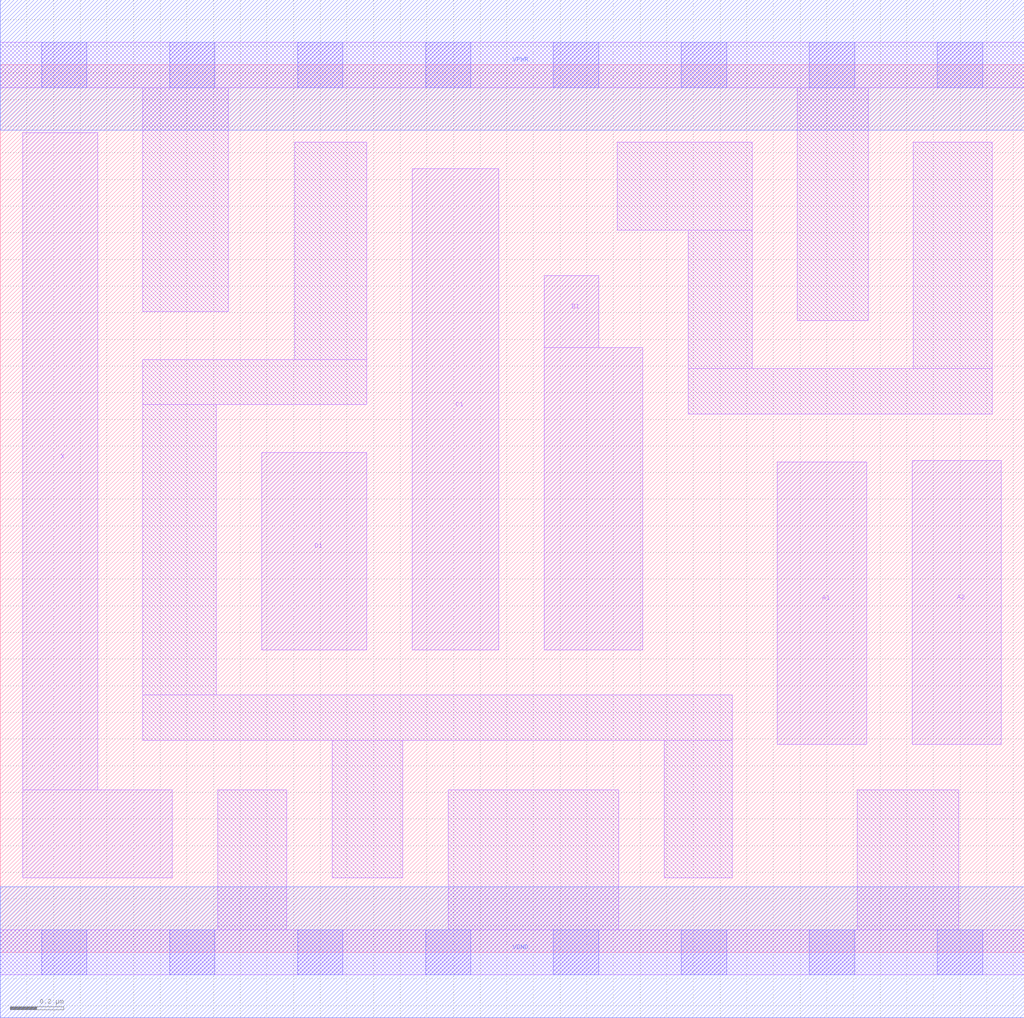
<source format=lef>
# Copyright 2020 The SkyWater PDK Authors
#
# Licensed under the Apache License, Version 2.0 (the "License");
# you may not use this file except in compliance with the License.
# You may obtain a copy of the License at
#
#     https://www.apache.org/licenses/LICENSE-2.0
#
# Unless required by applicable law or agreed to in writing, software
# distributed under the License is distributed on an "AS IS" BASIS,
# WITHOUT WARRANTIES OR CONDITIONS OF ANY KIND, either express or implied.
# See the License for the specific language governing permissions and
# limitations under the License.
#
# SPDX-License-Identifier: Apache-2.0

VERSION 5.7 ;
  NOWIREEXTENSIONATPIN ON ;
  DIVIDERCHAR "/" ;
  BUSBITCHARS "[]" ;
UNITS
  DATABASE MICRONS 200 ;
END UNITS
MACRO sky130_fd_sc_lp__a2111o_0
  CLASS CORE ;
  FOREIGN sky130_fd_sc_lp__a2111o_0 ;
  ORIGIN  0.000000  0.000000 ;
  SIZE  3.840000 BY  3.330000 ;
  SYMMETRY X Y R90 ;
  SITE unit ;
  PIN A1
    ANTENNAGATEAREA  0.159000 ;
    DIRECTION INPUT ;
    USE SIGNAL ;
    PORT
      LAYER li1 ;
        RECT 2.915000 0.780000 3.250000 1.840000 ;
    END
  END A1
  PIN A2
    ANTENNAGATEAREA  0.159000 ;
    DIRECTION INPUT ;
    USE SIGNAL ;
    PORT
      LAYER li1 ;
        RECT 3.420000 0.780000 3.755000 1.845000 ;
    END
  END A2
  PIN B1
    ANTENNAGATEAREA  0.159000 ;
    DIRECTION INPUT ;
    USE SIGNAL ;
    PORT
      LAYER li1 ;
        RECT 2.040000 1.135000 2.410000 2.270000 ;
        RECT 2.040000 2.270000 2.245000 2.540000 ;
    END
  END B1
  PIN C1
    ANTENNAGATEAREA  0.159000 ;
    DIRECTION INPUT ;
    USE SIGNAL ;
    PORT
      LAYER li1 ;
        RECT 1.545000 1.135000 1.870000 2.940000 ;
    END
  END C1
  PIN D1
    ANTENNAGATEAREA  0.159000 ;
    DIRECTION INPUT ;
    USE SIGNAL ;
    PORT
      LAYER li1 ;
        RECT 0.980000 1.135000 1.375000 1.875000 ;
    END
  END D1
  PIN X
    ANTENNADIFFAREA  0.280900 ;
    DIRECTION OUTPUT ;
    USE SIGNAL ;
    PORT
      LAYER li1 ;
        RECT 0.085000 0.280000 0.645000 0.610000 ;
        RECT 0.085000 0.610000 0.365000 3.075000 ;
    END
  END X
  PIN VGND
    DIRECTION INOUT ;
    USE GROUND ;
    PORT
      LAYER met1 ;
        RECT 0.000000 -0.245000 3.840000 0.245000 ;
    END
  END VGND
  PIN VPWR
    DIRECTION INOUT ;
    USE POWER ;
    PORT
      LAYER met1 ;
        RECT 0.000000 3.085000 3.840000 3.575000 ;
    END
  END VPWR
  OBS
    LAYER li1 ;
      RECT 0.000000 -0.085000 3.840000 0.085000 ;
      RECT 0.000000  3.245000 3.840000 3.415000 ;
      RECT 0.535000  0.795000 2.745000 0.965000 ;
      RECT 0.535000  0.965000 0.810000 2.055000 ;
      RECT 0.535000  2.055000 1.375000 2.225000 ;
      RECT 0.535000  2.405000 0.855000 3.245000 ;
      RECT 0.815000  0.085000 1.075000 0.610000 ;
      RECT 1.105000  2.225000 1.375000 3.040000 ;
      RECT 1.245000  0.280000 1.510000 0.795000 ;
      RECT 1.680000  0.085000 2.320000 0.610000 ;
      RECT 2.315000  2.710000 2.820000 3.040000 ;
      RECT 2.490000  0.280000 2.745000 0.795000 ;
      RECT 2.580000  2.020000 3.720000 2.190000 ;
      RECT 2.580000  2.190000 2.820000 2.710000 ;
      RECT 2.990000  2.370000 3.255000 3.245000 ;
      RECT 3.215000  0.085000 3.595000 0.610000 ;
      RECT 3.425000  2.190000 3.720000 3.040000 ;
    LAYER mcon ;
      RECT 0.155000 -0.085000 0.325000 0.085000 ;
      RECT 0.155000  3.245000 0.325000 3.415000 ;
      RECT 0.635000 -0.085000 0.805000 0.085000 ;
      RECT 0.635000  3.245000 0.805000 3.415000 ;
      RECT 1.115000 -0.085000 1.285000 0.085000 ;
      RECT 1.115000  3.245000 1.285000 3.415000 ;
      RECT 1.595000 -0.085000 1.765000 0.085000 ;
      RECT 1.595000  3.245000 1.765000 3.415000 ;
      RECT 2.075000 -0.085000 2.245000 0.085000 ;
      RECT 2.075000  3.245000 2.245000 3.415000 ;
      RECT 2.555000 -0.085000 2.725000 0.085000 ;
      RECT 2.555000  3.245000 2.725000 3.415000 ;
      RECT 3.035000 -0.085000 3.205000 0.085000 ;
      RECT 3.035000  3.245000 3.205000 3.415000 ;
      RECT 3.515000 -0.085000 3.685000 0.085000 ;
      RECT 3.515000  3.245000 3.685000 3.415000 ;
  END
END sky130_fd_sc_lp__a2111o_0
END LIBRARY

</source>
